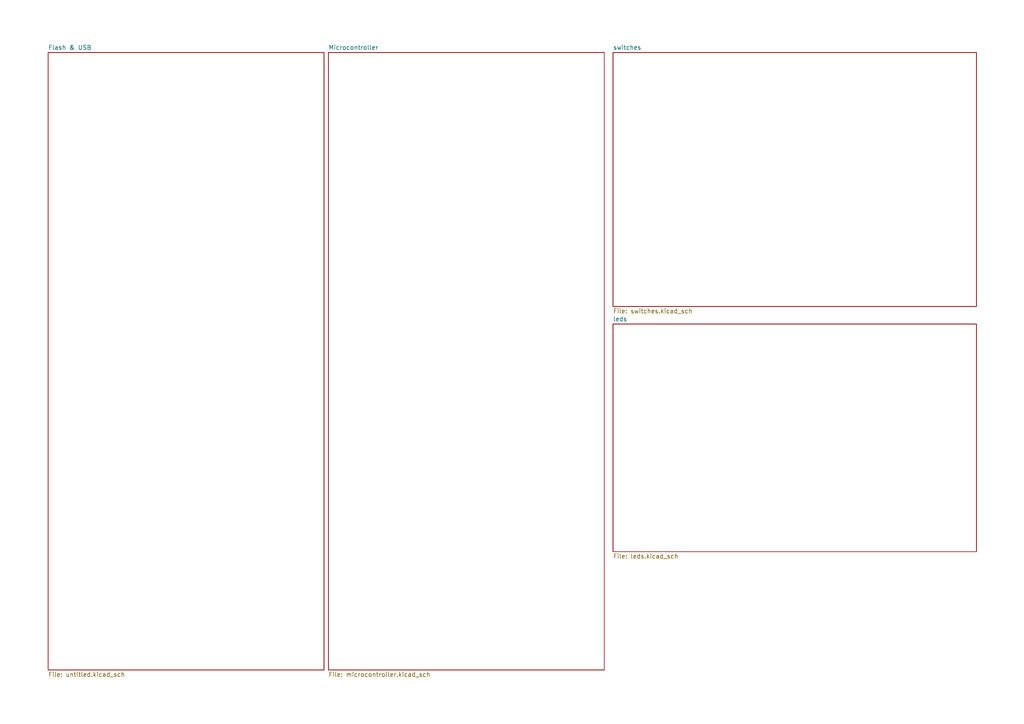
<source format=kicad_sch>
(kicad_sch (version 20230121) (generator eeschema)
  (paper "A4")
  (lib_symbols)
  (sheet (at 13.97 15.24) (size 80.01 179.07) (stroke (width 0.1524))
    (property "Sheetname" "Flash & USB" (at 13.97 14.5284 0) (effects (justify left bottom)))
    (property "Sheetfile" "untitled.kicad_sch" (at 13.97 194.8946 0) (effects (justify left top)))
  )
  (sheet (at 95.25 15.24) (size 80.01 179.07) (stroke (width 0.1524))
    (property "Sheetname" "Microcontroller" (at 95.25 14.5284 0) (effects (justify left bottom)))
    (property "Sheetfile" "microcontroller.kicad_sch" (at 95.25 194.8946 0) (effects (justify left top)))
  )
  (sheet (at 177.8 93.98) (size 105.41 66.04) (stroke (width 0.1524))
    (property "Sheetname" "leds" (at 177.8 93.2684 0) (effects (justify left bottom)))
    (property "Sheetfile" "leds.kicad_sch" (at 177.8 160.6046 0) (effects (justify left top)))
  )
  (sheet (at 177.8 15.24) (size 105.41 73.66) (stroke (width 0.1524))
    (property "Sheetname" "switches" (at 177.8 14.5284 0) (effects (justify left bottom)))
    (property "Sheetfile" "switches.kicad_sch" (at 177.8 89.4846 0) (effects (justify left top)))
  )
)
</source>
